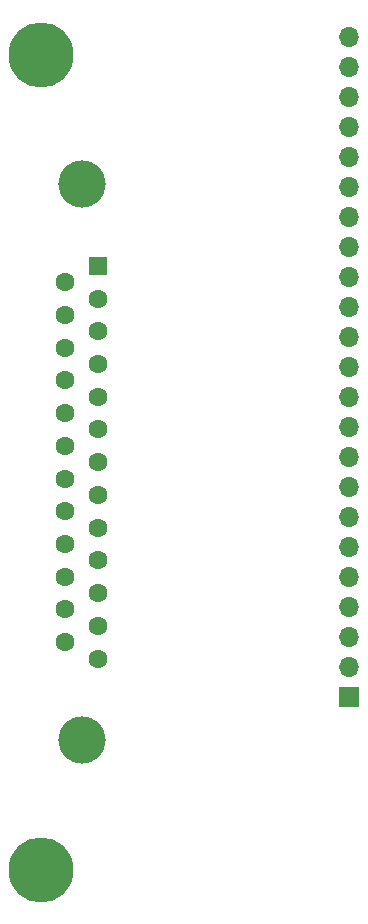
<source format=gbr>
%TF.GenerationSoftware,KiCad,Pcbnew,(6.0.11-0)*%
%TF.CreationDate,2023-05-17T23:02:26+12:00*%
%TF.ProjectId,controller-upper-cut,636f6e74-726f-46c6-9c65-722d75707065,3.2*%
%TF.SameCoordinates,PX1c9c380PY1312d00*%
%TF.FileFunction,Soldermask,Bot*%
%TF.FilePolarity,Negative*%
%FSLAX46Y46*%
G04 Gerber Fmt 4.6, Leading zero omitted, Abs format (unit mm)*
G04 Created by KiCad (PCBNEW (6.0.11-0)) date 2023-05-17 23:02:26*
%MOMM*%
%LPD*%
G01*
G04 APERTURE LIST*
%ADD10C,5.500000*%
%ADD11C,4.000000*%
%ADD12R,1.600000X1.600000*%
%ADD13C,1.600000*%
%ADD14R,1.700000X1.700000*%
%ADD15O,1.700000X1.700000*%
G04 APERTURE END LIST*
D10*
%TO.C,H1*%
X24000000Y-99992893D03*
%TD*%
%TO.C,H2*%
X24000000Y-168992893D03*
%TD*%
D11*
%TO.C,J6*%
X27410331Y-158057893D03*
X27410331Y-110957893D03*
D12*
X28830331Y-117887893D03*
D13*
X28830331Y-120657893D03*
X28830331Y-123427893D03*
X28830331Y-126197893D03*
X28830331Y-128967893D03*
X28830331Y-131737893D03*
X28830331Y-134507893D03*
X28830331Y-137277893D03*
X28830331Y-140047893D03*
X28830331Y-142817893D03*
X28830331Y-145587893D03*
X28830331Y-148357893D03*
X28830331Y-151127893D03*
X25990331Y-119272893D03*
X25990331Y-122042893D03*
X25990331Y-124812893D03*
X25990331Y-127582893D03*
X25990331Y-130352893D03*
X25990331Y-133122893D03*
X25990331Y-135892893D03*
X25990331Y-138662893D03*
X25990331Y-141432893D03*
X25990331Y-144202893D03*
X25990331Y-146972893D03*
X25990331Y-149742893D03*
%TD*%
D14*
%TO.C,J1*%
X50063000Y-154417000D03*
D15*
X50063000Y-151877000D03*
X50063000Y-149337000D03*
X50063000Y-146797000D03*
X50063000Y-144257000D03*
X50063000Y-141717000D03*
X50063000Y-139177000D03*
X50063000Y-136637000D03*
X50063000Y-134097000D03*
X50063000Y-131557000D03*
X50063000Y-129017000D03*
X50063000Y-126477000D03*
X50063000Y-123937000D03*
X50063000Y-121397000D03*
X50063000Y-118857000D03*
X50063000Y-116317000D03*
X50063000Y-113777000D03*
X50063000Y-111237000D03*
X50063000Y-108697000D03*
X50063000Y-106157000D03*
X50063000Y-103617000D03*
X50063000Y-101077000D03*
X50063000Y-98537000D03*
%TD*%
M02*

</source>
